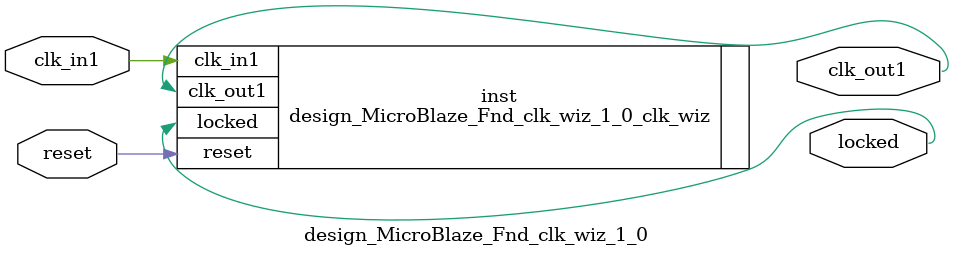
<source format=v>


`timescale 1ps/1ps

(* CORE_GENERATION_INFO = "design_MicroBlaze_Fnd_clk_wiz_1_0,clk_wiz_v6_0_5_0_0,{component_name=design_MicroBlaze_Fnd_clk_wiz_1_0,use_phase_alignment=true,use_min_o_jitter=false,use_max_i_jitter=false,use_dyn_phase_shift=false,use_inclk_switchover=false,use_dyn_reconfig=false,enable_axi=0,feedback_source=FDBK_AUTO,PRIMITIVE=MMCM,num_out_clk=1,clkin1_period=10.000,clkin2_period=10.000,use_power_down=false,use_reset=true,use_locked=true,use_inclk_stopped=false,feedback_type=SINGLE,CLOCK_MGR_TYPE=NA,manual_override=false}" *)

module design_MicroBlaze_Fnd_clk_wiz_1_0 
 (
  // Clock out ports
  output        clk_out1,
  // Status and control signals
  input         reset,
  output        locked,
 // Clock in ports
  input         clk_in1
 );

  design_MicroBlaze_Fnd_clk_wiz_1_0_clk_wiz inst
  (
  // Clock out ports  
  .clk_out1(clk_out1),
  // Status and control signals               
  .reset(reset), 
  .locked(locked),
 // Clock in ports
  .clk_in1(clk_in1)
  );

endmodule

</source>
